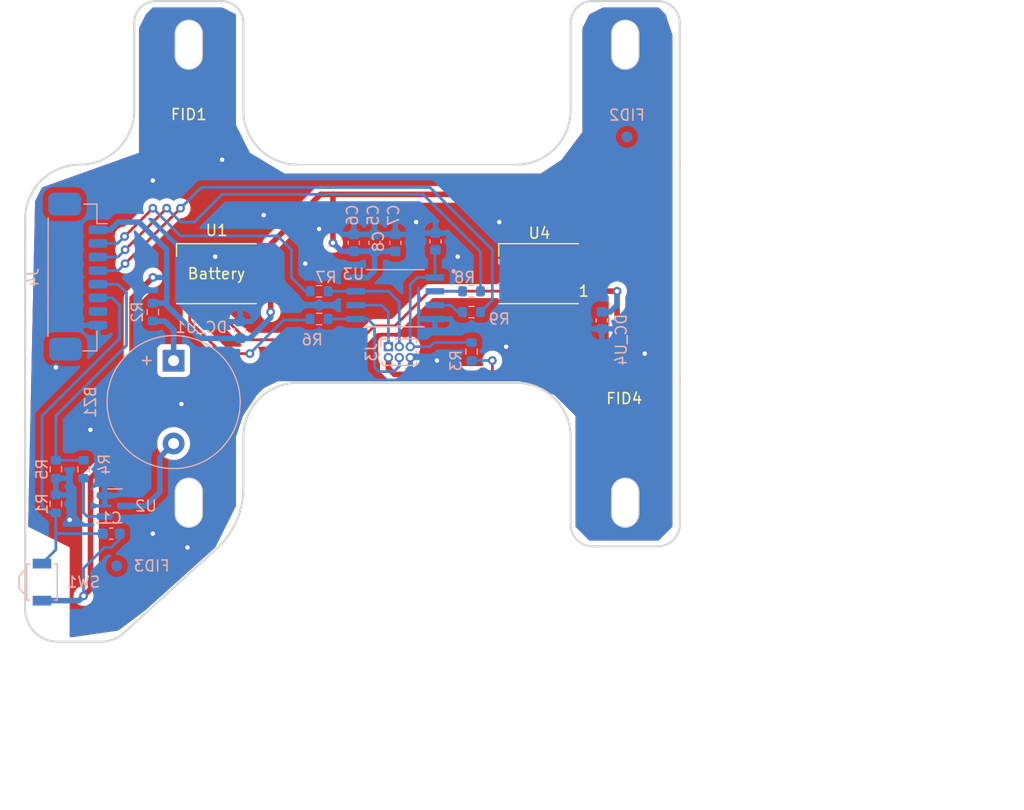
<source format=kicad_pcb>
(kicad_pcb (version 20221018) (generator pcbnew)
  (layers (0 "F.Cu" signal) (31 "B.Cu" signal) (34 "B.Paste" user) (35 "F.Paste" user) (36 "B.SilkS" user "B.Silkscreen") (37 "F.SilkS" user "F.Silkscreen") (38 "B.Mask" user) (39 "F.Mask" user) (44 "Edge.Cuts" user))
  (net 0 "")
  (net 1 "Net-(BZ1--)")
  (net 2 "+5V")
  (net 3 "Net-(BZ1-+)")
  (net 4 "GND")
  (net 5 "pushbutton")
  (net 6 "buzzer")
  (net 7 "Reset")
  (net 8 "Net-(U1-DOUT)")
  (net 9 "neodin")
  (net 11 "MISO")
  (net 12 "LED Selector")
  (net 13 "MOSI")
  (net 14 "ValuePin_1")
  (net 15 "ValuePin_2")
  (net 17 "Net-(U2-B)")
  (net 18 "Net-(U3-PB3)")
  (net 19 "Net-(U3-PB4)")
  (net 20 "SEK")
  (footprint "LED_SMD:LED_WS2812B_PLCC4_5.0x5.0mm_P3.2mm" (layer "F.Cu") (at 154.956 56.5 180)
    (fp_text reference "U4" (at -0.082 3.719) (layer "F.SilkS"))
    (fp_text value "WS2812B")
    (fp_text user "1" (at -4.15 -1.6) (layer "F.SilkS"))
    (fp_line (start -3.65 -2.75) (end 3.65 -2.75) (stroke (width 0.12)) (layer "F.SilkS"))
    (fp_line (start -3.65 2.75) (end 3.65 2.75) (stroke (width 0.12)) (layer "F.SilkS"))
    (fp_line (start 3.65 2.75) (end 3.65 1.6) (stroke (width 0.12)) (layer "F.SilkS"))
    (pad "1" smd rect (at -2.45 -1.6 180) (size 1.5 1) (layers "F.Cu" "F.Paste" "F.Mask") (net 2 "+5V"))
    (pad "2" smd rect (at -2.45 1.6 180) (size 1.5 1) (layers "F.Cu" "F.Paste" "F.Mask"))
    (pad "3" smd rect (at 2.45 1.6 180) (size 1.5 1) (layers "F.Cu" "F.Paste" "F.Mask") (net 4 "GND"))
    (pad "4" smd rect (at 2.45 -1.6 180) (size 1.5 1) (layers "F.Cu" "F.Paste" "F.Mask") (net 8 "Net-(U1-DOUT)"))
  )
  (footprint "Fiducial:Fiducial_1mm_Mask2mm" (layer "F.Cu") (at 162.806 70.45)
    (fp_text reference "FID4" (at 0 -2.5 180) (layer "F.SilkS"))
    (fp_text value "Fiducial")
    (pad "" smd circle (at 0 0) (size 1 1) (layers "F.Cu" "F.Mask") (clearance 0.5))
  )
  (footprint "Fiducial:Fiducial_1mm_Mask2mm" (layer "F.Cu") (at 122.9 43.9)
    (fp_text reference "FID1" (at 0 -2) (layer "F.SilkS"))
    (fp_text value "Fiducial")
    (pad "" smd circle (at 0 0) (size 1 1) (layers "F.Cu" "F.Mask") (clearance 0.5))
  )
  (footprint "LED_SMD:LED_WS2812B_PLCC4_5.0x5.0mm_P3.2mm" (layer "F.Cu") (at 125.431 56.5 180)
    (fp_text reference "U1" (at -0.016 3.973) (layer "F.SilkS"))
    (fp_text value "WS2812B")
    (fp_text user "Battery" (at 0 0) (layer "F.SilkS"))
    (fp_line (start -3.65 -2.75) (end 3.65 -2.75) (stroke (width 0.12)) (layer "F.SilkS"))
    (fp_line (start -3.65 2.75) (end 3.65 2.75) (stroke (width 0.12)) (layer "F.SilkS"))
    (fp_line (start 3.65 2.75) (end 3.65 1.6) (stroke (width 0.12)) (layer "F.SilkS"))
    (pad "1" smd rect (at -2.45 -1.6 180) (size 1.5 1) (layers "F.Cu" "F.Paste" "F.Mask") (net 2 "+5V"))
    (pad "2" smd rect (at -2.45 1.6 180) (size 1.5 1) (layers "F.Cu" "F.Paste" "F.Mask") (net 8 "Net-(U1-DOUT)"))
    (pad "3" smd rect (at 2.45 1.6 180) (size 1.5 1) (layers "F.Cu" "F.Paste" "F.Mask") (net 4 "GND"))
    (pad "4" smd rect (at 2.45 -1.6 180) (size 1.5 1) (layers "F.Cu" "F.Paste" "F.Mask") (net 9 "neodin"))
  )
  (footprint "Resistor_SMD:R_0603_1608Metric" (layer "B.Cu") (at 134.845 58.115)
    (fp_text reference "R7" (at 0.635 -1.27) (layer "B.SilkS") (effects (justify mirror)))
    (fp_text value "470R")
    (fp_line (start -0.237258 -0.5225) (end 0.237258 -0.5225) (stroke (width 0.12)) (layer "B.SilkS"))
    (fp_line (start -0.237258 0.5225) (end 0.237258 0.5225) (stroke (width 0.12)) (layer "B.SilkS"))
    (pad "1" smd roundrect (at -0.825 0) (size 0.8 0.95) (layers "B.Cu" "B.Paste" "B.Mask") (net 12 "LED Selector"))
    (pad "2" smd roundrect (at 0.825 0) (size 0.8 0.95) (layers "B.Cu" "B.Paste" "B.Mask") (net 20 "SEK"))
  )
  (footprint "Capacitor_SMD:C_0603_1608Metric" (layer "B.Cu") (at 145.513 53.543 -90)
    (fp_text reference "C8" (at 0 5.24 90) (layer "B.SilkS") (effects (justify mirror)))
    (fp_text value "100nF")
    (fp_line (start -0.14058 -0.51) (end 0.14058 -0.51) (stroke (width 0.12)) (layer "B.SilkS"))
    (fp_line (start -0.14058 0.51) (end 0.14058 0.51) (stroke (width 0.12)) (layer "B.SilkS"))
    (pad "1" smd roundrect (at -0.775 0 270) (size 0.9 0.95) (layers "B.Cu" "B.Paste" "B.Mask") (net 4 "GND"))
    (pad "2" smd roundrect (at 0.775 0 270) (size 0.9 0.95) (layers "B.Cu" "B.Paste" "B.Mask") (net 7 "Reset"))
  )
  (footprint "Fiducial:Fiducial_1mm_Mask2mm" (layer "B.Cu") (at 116.3 83.3 180)
    (fp_text reference "FID3" (at -3.2 0) (layer "B.SilkS") (effects (justify mirror)))
    (fp_text value "Fiducial")
    (pad "" smd circle (at 0 0 180) (size 1 1) (layers "B.Cu" "B.Mask") (clearance 0.5))
  )
  (footprint "Connector_JST:JST_GH_BM08B-GHS-TBT_1x08-1MP_P1.25mm_Vertical" (layer "B.Cu") (at 112.62 56.845 -90)
    (fp_text reference "J4" (at 0 4 90) (layer "B.SilkS") (effects (justify mirror)))
    (fp_text value "Conn_01x08_Pin")
    (fp_line (start -6.735 -1.86) (end -4.935 -1.86) (stroke (width 0.12)) (layer "B.SilkS"))
    (fp_line (start -6.725 -0.65) (end -6.735 -1.86) (stroke (width 0.12)) (layer "B.SilkS"))
    (fp_line (start -5.465 2.61) (end 5.4 2.625) (stroke (width 0.12)) (layer "B.SilkS"))
    (fp_line (start -4.935 -1.86) (end -4.935 -2.8) (stroke (width 0.12)) (layer "B.SilkS"))
    (fp_line (start 6.735 -1.86) (end 4.935 -1.86) (stroke (width 0.12)) (layer "B.SilkS"))
    (fp_line (start 6.735 -0.575) (end 6.735 -1.86) (stroke (width 0.12)) (layer "B.SilkS"))
    (pad "1" smd roundrect (at -4.375 -1.95 270) (size 0.8 1.7) (layers "B.Cu" "B.Paste" "B.Mask") (net 2 "+5V"))
    (pad "2" smd roundrect (at -3.125 -1.95 270) (size 0.8 1.7) (layers "B.Cu" "B.Paste" "B.Mask") (net 12 "LED Selector"))
    (pad "3" smd roundrect (at -1.875 -1.95 270) (size 0.8 1.7) (layers "B.Cu" "B.Paste" "B.Mask") (net 14 "ValuePin_1"))
    (pad "4" smd roundrect (at -0.625 -1.95 270) (size 0.8 1.7) (layers "B.Cu" "B.Paste" "B.Mask") (net 15 "ValuePin_2"))
    (pad "5" smd roundrect (at 0.625 -1.95 270) (size 0.8 1.7) (layers "B.Cu" "B.Paste" "B.Mask") (net 6 "buzzer"))
    (pad "6" smd roundrect (at 1.875 -1.95 270) (size 0.8 1.7) (layers "B.Cu" "B.Paste" "B.Mask") (net 5 "pushbutton"))
    (pad "7" smd roundrect (at 3.125 -1.95 270) (size 0.8 1.7) (layers "B.Cu" "B.Paste" "B.Mask"))
    (pad "8" smd roundrect (at 4.375 -1.95 270) (size 0.8 1.7) (layers "B.Cu" "B.Paste" "B.Mask") (net 4 "GND"))
    (pad "MP" smd roundrect (at -6.725 1.1 270) (size 2.1 3) (layers "B.Cu" "B.Paste" "B.Mask"))
    (pad "MP" smd roundrect (at 6.575 1.025 270) (size 2.1 3) (layers "B.Cu" "B.Paste" "B.Mask"))
  )
  (footprint "Fiducial:Fiducial_1mm_Mask2mm" (layer "B.Cu") (at 163.056 43.95 180)
    (fp_text reference "FID2" (at 0 2) (layer "B.SilkS") (effects (justify mirror)))
    (fp_text value "Fiducial")
    (pad "" smd circle (at 0 0 180) (size 1 1) (layers "B.Cu" "B.Mask") (clearance 0.5))
  )
  (footprint "Package_TO_SOT_SMD:SOT-23" (layer "B.Cu") (at 116.1275 77.8)
    (fp_text reference "U2" (at 2.8425 0) (layer "B.SilkS") (effects (justify mirror)))
    (fp_text value "BC547")
    (fp_line (start 0 -1.56) (end -0.65 -1.56) (stroke (width 0.12)) (layer "B.SilkS"))
    (fp_line (start 0 -1.56) (end 0.65 -1.56) (stroke (width 0.12)) (layer "B.SilkS"))
    (fp_line (start 0 1.56) (end -1.675 1.56) (stroke (width 0.12)) (layer "B.SilkS"))
    (fp_line (start 0 1.56) (end 0.65 1.56) (stroke (width 0.12)) (layer "B.SilkS"))
    (pad "1" smd roundrect (at -0.9375 0.95) (size 1.475 0.6) (layers "B.Cu" "B.Paste" "B.Mask") (net 17 "Net-(U2-B)"))
    (pad "2" smd roundrect (at -0.9375 -0.95) (size 1.475 0.6) (layers "B.Cu" "B.Paste" "B.Mask") (net 4 "GND"))
    (pad "3" smd roundrect (at 0.9375 0) (size 1.475 0.6) (layers "B.Cu" "B.Paste" "B.Mask") (net 3 "Net-(BZ1-+)"))
  )
  (footprint "Resistor_SMD:R_0603_1608Metric" (layer "B.Cu") (at 148.815 63.64 -90)
    (fp_text reference "R3" (at 0.825 1.43 90) (layer "B.SilkS") (effects (justify mirror)))
    (fp_text value "10k")
    (fp_line (start -0.237258 -0.5225) (end 0.237258 -0.5225) (stroke (width 0.12)) (layer "B.SilkS"))
    (fp_line (start -0.237258 0.5225) (end 0.237258 0.5225) (stroke (width 0.12)) (layer "B.SilkS"))
    (pad "1" smd roundrect (at -0.825 0 270) (size 0.8 0.95) (layers "B.Cu" "B.Paste" "B.Mask") (net 7 "Reset"))
    (pad "2" smd roundrect (at 0.825 0 270) (size 0.8 0.95) (layers "B.Cu" "B.Paste" "B.Mask") (net 2 "+5V"))
  )
  (footprint "Capacitor_SMD:C_0603_1608Metric" (layer "B.Cu") (at 141.83 53.67 -90)
    (fp_text reference "C7" (at -2.54 0.16 90) (layer "B.SilkS") (effects (justify mirror)))
    (fp_text value "100nF")
    (fp_line (start -0.14058 -0.51) (end 0.14058 -0.51) (stroke (width 0.12)) (layer "B.SilkS"))
    (fp_line (start -0.14058 0.51) (end 0.14058 0.51) (stroke (width 0.12)) (layer "B.SilkS"))
    (pad "1" smd roundrect (at -0.775 0 270) (size 0.9 0.95) (layers "B.Cu" "B.Paste" "B.Mask") (net 4 "GND"))
    (pad "2" smd roundrect (at 0.775 0 270) (size 0.9 0.95) (layers "B.Cu" "B.Paste" "B.Mask") (net 2 "+5V"))
  )
  (footprint "Resistor_SMD:R_0603_1608Metric" (layer "B.Cu") (at 110.715 77.61 90)
    (fp_text reference "R1" (at 0 -1.27 90) (layer "B.SilkS") (effects (justify mirror)))
    (fp_text value "10k")
    (fp_line (start -0.237258 -0.5225) (end 0.237258 -0.5225) (stroke (width 0.12)) (layer "B.SilkS"))
    (fp_line (start -0.237258 0.5225) (end 0.237258 0.5225) (stroke (width 0.12)) (layer "B.SilkS"))
    (pad "1" smd roundrect (at -0.825 0 90) (size 0.8 0.95) (layers "B.Cu" "B.Paste" "B.Mask") (net 5 "pushbutton"))
    (pad "2" smd roundrect (at 0.825 0 90) (size 0.8 0.95) (layers "B.Cu" "B.Paste" "B.Mask") (net 4 "GND"))
  )
  (footprint "Capacitor_SMD:C_0603_1608Metric" (layer "B.Cu") (at 138.02 53.67 -90)
    (fp_text reference "C6" (at -2.54 0.127 90) (layer "B.SilkS") (effects (justify mirror)))
    (fp_text value "100nF")
    (fp_line (start -0.14058 -0.51) (end 0.14058 -0.51) (stroke (width 0.12)) (layer "B.SilkS"))
    (fp_line (start -0.14058 0.51) (end 0.14058 0.51) (stroke (width 0.12)) (layer "B.SilkS"))
    (pad "1" smd roundrect (at -0.775 0 270) (size 0.9 0.95) (layers "B.Cu" "B.Paste" "B.Mask") (net 4 "GND"))
    (pad "2" smd roundrect (at 0.775 0 270) (size 0.9 0.95) (layers "B.Cu" "B.Paste" "B.Mask") (net 2 "+5V"))
  )
  (footprint "Capacitor_SMD:C_0603_1608Metric" (layer "B.Cu") (at 115.795 80.34 180)
    (fp_text reference "C1" (at 0 1.43) (layer "B.SilkS") (effects (justify mirror)))
    (fp_text value "100nF")
    (fp_line (start -0.14058 -0.51) (end 0.14058 -0.51) (stroke (width 0.12)) (layer "B.SilkS"))
    (fp_line (start -0.14058 0.51) (end 0.14058 0.51) (stroke (width 0.12)) (layer "B.SilkS"))
    (pad "1" smd roundrect (at -0.775 0 180) (size 0.9 0.95) (layers "B.Cu" "B.Paste" "B.Mask") (net 2 "+5V"))
    (pad "2" smd roundrect (at 0.775 0 180) (size 0.9 0.95) (layers "B.Cu" "B.Paste" "B.Mask") (net 5 "pushbutton"))
  )
  (footprint "Resistor_SMD:R_0603_1608Metric" (layer "B.Cu") (at 148.815 60.02)
    (fp_text reference "R9" (at 2.54 0.635) (layer "B.SilkS") (effects (justify mirror)))
    (fp_text value "470R")
    (fp_line (start -0.237258 -0.5225) (end 0.237258 -0.5225) (stroke (width 0.12)) (layer "B.SilkS"))
    (fp_line (start -0.237258 0.5225) (end 0.237258 0.5225) (stroke (width 0.12)) (layer "B.SilkS"))
    (pad "1" smd roundrect (at -0.825 0) (size 0.8 0.95) (layers "B.Cu" "B.Paste" "B.Mask") (net 19 "Net-(U3-PB4)"))
    (pad "2" smd roundrect (at 0.825 0) (size 0.8 0.95) (layers "B.Cu" "B.Paste" "B.Mask") (net 15 "ValuePin_2"))
  )
  (footprint "Buzzer_Beeper:Buzzer_12x9.5RM7.6" (layer "B.Cu") (at 121.51 64.475 -90)
    (fp_text reference "BZ1" (at 3.8 7.62 90) (layer "B.SilkS") (effects (justify mirror)))
    (fp_text value "Buzzer")
    (fp_text user "+" (at -0.01 2.54 90) (layer "B.SilkS") (effects (justify mirror)))
    (fp_circle (center 3.8 0) (end 9.9 0) (stroke (width 0.12)) (fill none) (layer "B.SilkS"))
    (pad "1" thru_hole rect (at 0 0 270) (size 2 2) (drill 1) (layers "*.Cu" "*.Mask") (net 1 "Net-(BZ1--)"))
    (pad "2" thru_hole circle (at 7.6 0 270) (size 2 2) (drill 1) (layers "*.Cu" "*.Mask") (net 3 "Net-(BZ1-+)"))
  )
  (footprint "ATTINY85-20SU:SOIC127P798X216-8N" (layer "B.Cu") (at 141.83 58.75 180)
    (fp_text reference "U3" (at 3.845 2.217) (layer "B.SilkS") (effects (justify mirror)))
    (fp_text value "ATTINY85-20SU")
    (fp_line (start -2.645 -2.62) (end 2.645 -2.62) (stroke (width 0.127)) (layer "B.SilkS"))
    (fp_line (start -2.645 2.62) (end 2.645 2.62) (stroke (width 0.127)) (layer "B.SilkS"))
    (fp_circle (center -5.34 2.485) (end -5.24 2.485) (stroke (width 0.2)) (fill none) (layer "B.SilkS"))
    (pad "1" smd roundrect (at -3.63 1.905 180) (size 1.71 0.58) (layers "B.Cu" "B.Paste" "B.Mask") (roundrect_rratio 0.07) (net 7 "Reset"))
    (pad "2" smd roundrect (at -3.63 0.635 180) (size 1.71 0.58) (layers "B.Cu" "B.Paste" "B.Mask") (roundrect_rratio 0.07) (net 18 "Net-(U3-PB3)"))
    (pad "3" smd roundrect (at -3.63 -0.635 180) (size 1.71 0.58) (layers "B.Cu" "B.Paste" "B.Mask") (roundrect_rratio 0.07) (net 19 "Net-(U3-PB4)"))
    (pad "4" smd roundrect (at -3.63 -1.905 180) (size 1.71 0.58) (layers "B.Cu" "B.Paste" "B.Mask") (roundrect_rratio 0.07) (net 4 "GND"))
    (pad "5" smd roundrect (at 3.63 -1.905 180) (size 1.71 0.58) (layers "B.Cu" "B.Paste" "B.Mask") (roundrect_rratio 0.07) (net 13 "MOSI"))
    (pad "6" smd roundrect (at 3.63 -0.635 180) (size 1.71 0.58) (layers "B.Cu" "B.Paste" "B.Mask") (roundrect_rratio 0.07) (net 11 "MISO"))
    (pad "7" smd roundrect (at 3.63 0.635 180) (size 1.71 0.58) (layers "B.Cu" "B.Paste" "B.Mask") (roundrect_rratio 0.07) (net 20 "SEK"))
    (pad "8" smd roundrect (at 3.63 1.905 180) (size 1.71 0.58) (layers "B.Cu" "B.Paste" "B.Mask") (roundrect_rratio 0.07) (net 2 "+5V"))
  )
  (footprint "Button_Switch_SMD:SW_SPST_B3U-3000P" (layer "B.Cu") (at 109.445 84.785 -90)
    (fp_text reference "SW1" (at 0 -3.81) (layer "B.SilkS") (effects (justify mirror)))
    (fp_text value "SW_Push")
    (fp_line (start -1.65 -1.4) (end 1.65 -1.4) (stroke (width 0.12)) (layer "B.SilkS"))
    (fp_line (start -1.65 -1.1) (end -1.65 -1.4) (stroke (width 0.12)) (layer "B.SilkS"))
    (fp_line (start -1.65 1.1) (end -1.65 1.4) (stroke (width 0.12)) (layer "B.SilkS"))
    (fp_line (start -1.65 1.4) (end 1.65 1.4) (stroke (width 0.12)) (layer "B.SilkS"))
    (fp_line (start -1 1.72) (end -1 1.4) (stroke (width 0.12)) (layer "B.SilkS"))
    (fp_line (start -0.5 2.1) (end -1 1.72) (stroke (width 0.12)) (layer "B.SilkS"))
    (fp_line (start -0.5 2.1) (end 0.5 2.1) (stroke (width 0.12)) (layer "B.SilkS"))
    (fp_line (start 0.5 2.1) (end 1 1.72) (stroke (width 0.12)) (layer "B.SilkS"))
    (fp_line (start 1 1.72) (end 1 1.4) (stroke (width 0.12)) (layer "B.SilkS"))
    (fp_line (start 1.65 -1.4) (end 1.65 -1.1) (stroke (width 0.12)) (layer "B.SilkS"))
    (fp_line (start 1.65 1.4) (end 1.65 1.1) (stroke (width 0.12)) (layer "B.SilkS"))
    (pad "1" smd rect (at -1.7 0 270) (size 0.9 1.7) (layers "B.Cu" "B.Paste" "B.Mask") (net 5 "pushbutton"))
    (pad "2" smd rect (at 1.7 0 270) (size 0.9 1.7) (layers "B.Cu" "B.Paste" "B.Mask") (net 2 "+5V"))
  )
  (footprint "Capacitor_SMD:C_0603_1608Metric" (layer "B.Cu") (at 139.925 53.67 -90)
    (fp_text reference "C5" (at -2.54 0.127 90) (layer "B.SilkS") (effects (justify mirror)))
    (fp_text value "100nF")
    (fp_line (start -0.14058 -0.51) (end 0.14058 -0.51) (stroke (width 0.12)) (layer "B.SilkS"))
    (fp_line (start -0.14058 0.51) (end 0.14058 0.51) (stroke (width 0.12)) (layer "B.SilkS"))
    (pad "1" smd roundrect (at -0.775 0 270) (size 0.9 0.95) (layers "B.Cu" "B.Paste" "B.Mask") (net 4 "GND"))
    (pad "2" smd roundrect (at 0.775 0 270) (size 0.9 0.95) (layers "B.Cu" "B.Paste" "B.Mask") (net 2 "+5V"))
  )
  (footprint "Resistor_SMD:R_0603_1608Metric" (layer "B.Cu") (at 148.815 58.115)
    (fp_text reference "R8" (at -0.635 -1.27) (layer "B.SilkS") (effects (justify mirror)))
    (fp_text value "470R")
    (fp_line (start -0.237258 -0.5225) (end 0.237258 -0.5225) (stroke (width 0.12)) (layer "B.SilkS"))
    (fp_line (start -0.237258 0.5225) (end 0.237258 0.5225) (stroke (width 0.12)) (layer "B.SilkS"))
    (pad "1" smd roundrect (at -0.825 0) (size 0.8 0.95) (layers "B.Cu" "B.Paste" "B.Mask") (net 18 "Net-(U3-PB3)"))
    (pad "2" smd roundrect (at 0.825 0) (size 0.8 0.95) (layers "B.Cu" "B.Paste" "B.Mask") (net 14 "ValuePin_1"))
  )
  (footprint "Connector_PinHeader_1.00mm:PinHeader_2x03_P1.00mm_Vertical" (layer "B.Cu") (at 141.195 63.195 -90)
    (fp_text reference "J3" (at 0.5 1.56 90) (layer "B.SilkS") (effects (justify mirror)))
    (fp_text value "Conn_02x03_Odd_Even")
    (fp_line (start -0.71 -2.56) (end -0.394493 -2.56) (stroke (width 0.12)) (layer "B.SilkS"))
    (fp_line (start -0.71 -0.685) (end -0.71 -2.56) (stroke (width 0.12)) (layer "B.SilkS"))
    (fp_line (start -0.71 -0.685) (end -0.608276 -0.685) (stroke (width 0.12)) (layer "B.SilkS"))
    (fp_line (start -0.71 0) (end -0.71 0.685) (stroke (width 0.12)) (layer "B.SilkS"))
    (fp_line (start -0.71 0.685) (end 0 0.685) (stroke (width 0.12)) (layer "B.SilkS"))
    (fp_line (start 0.394493 -2.56) (end 0.605507 -2.56) (stroke (width 0.12)) (layer "B.SilkS"))
    (fp_line (start 1.394493 -2.56) (end 1.71 -2.56) (stroke (width 0.12)) (layer "B.SilkS"))
    (fp_line (start 1.394493 0.56) (end 1.71 0.56) (stroke (width 0.12)) (layer "B.SilkS"))
    (fp_line (start 1.71 0.56) (end 1.71 -2.56) (stroke (width 0.12)) (layer "B.SilkS"))
    (pad "1" thru_hole rect (at 0 0 270) (size 0.85 0.85) (drill 0.5) (layers "*.Cu" "*.Mask") (net 11 "MISO"))
    (pad "2" thru_hole oval (at 1 0 270) (size 0.85 0.85) (drill 0.5) (layers "*.Cu" "*.Mask") (net 2 "+5V"))
    (pad "3" thru_hole oval (at 0 -1 270) (size 0.85 0.85) (drill 0.5) (layers "*.Cu" "*.Mask") (net 20 "SEK"))
    (pad "4" thru_hole oval (at 1 -1 270) (size 0.85 0.85) (drill 0.5) (layers "*.Cu" "*.Mask") (net 13 "MOSI"))
    (pad "5" thru_hole oval (at 0 -2 270) (size 0.85 0.85) (drill 0.5) (layers "*.Cu" "*.Mask") (net 7 "Reset"))
    (pad "6" thru_hole oval (at 1 -2 270) (size 0.85 0.85) (drill 0.5) (layers "*.Cu" "*.Mask") (net 4 "GND"))
  )
  (footprint "Capacitor_SMD:C_0603_1608Metric" (layer "B.Cu") (at 127.606 61.658 90)
    (fp_text reference "DC_U1" (at 0.241 -3.556) (layer "B.SilkS") (effects (justify mirror)))
    (fp_text value "100nF")
    (fp_line (start -0.14058 -0.51) (end 0.14058 -0.51) (stroke (width 0.12)) (layer "B.SilkS"))
    (fp_line (start -0.14058 0.51) (end 0.14058 0.51) (stroke (width 0.12)) (layer "B.SilkS"))
    (pad "1" smd roundrect (at -0.775 0 90) (size 0.9 0.95) (layers "B.Cu" "B.Paste" "B.Mask") (net 2 "+5V"))
    (pad "2" smd roundrect (at 0.775 0 90) (size 0.9 0.95) (layers "B.Cu" "B.Paste" "B.Mask") (net 4 "GND"))
  )
  (footprint "Capacitor_SMD:C_0603_1608Metric" (layer "B.Cu") (at 160.753 60.782 -90)
    (fp_text reference "DC_U4" (at 1.778 -1.778 90) (layer "B.SilkS") (effects (justify mirror)))
    (fp_text value "100nF")
    (fp_line (start -0.14058 -0.51) (end 0.14058 -0.51) (stroke (width 0.12)) (layer "B.SilkS"))
    (fp_line (start -0.14058 0.51) (end 0.14058 0.51) (stroke (width 0.12)) (layer "B.SilkS"))
    (pad "1" smd roundrect (at -0.775 0 270) (size 0.9 0.95) (layers "B.Cu" "B.Paste" "B.Mask") (net 2 "+5V"))
    (pad "2" smd roundrect (at 0.775 0 270) (size 0.9 0.95) (layers "B.Cu" "B.Paste" "B.Mask") (net 4 "GND"))
  )
  (footprint "Resistor_SMD:R_0603_1608Metric" (layer "B.Cu") (at 113.255 74.435 -90)
    (fp_text reference "R4" (at -0.445 -1.905 90) (layer "B.SilkS") (effects (justify mirror)))
    (fp_text value "1k")
    (fp_line (start -0.237258 -0.5225) (end 0.237258 -0.5225) (stroke (width 0.12)) (layer "B.SilkS"))
    (fp_line (start -0.237258 0.5225) (end 0.237258 0.5225) (stroke (width 0.12)) (layer "B.SilkS"))
    (pad "1" smd roundrect (at -0.825 0 270) (size 0.8 0.95) (layers "B.Cu" "B.Paste" "B.Mask") (net 6 "buzzer"))
    (pad "2" smd roundrect (at 0.825 0 270) (size 0.8 0.95) (layers "B.Cu" "B.Paste" "B.Mask") (net 17 "Net-(U2-B)"))
  )
  (footprint "Resistor_SMD:R_0603_1608Metric" (layer "B.Cu") (at 119.605 60.02 -90)
    (fp_text reference "R2" (at 0 1.43 90) (layer "B.SilkS") (effects (justify mirror)))
    (fp_text value "0E")
    (fp_line (start -0.237258 -0.5225) (end 0.237258 -0.5225) (stroke (width 0.12)) (layer "B.SilkS"))
    (fp_line (start -0.237258 0.5225) (end 0.237258 0.5225) (stroke (width 0.12)) (layer "B.SilkS"))
    (pad "1" smd roundrect (at -0.825 0 270) (size 0.8 0.95) (layers "B.Cu" "B.Paste" "B.Mask") (net 2 "+5V"))
    (pad "2" smd roundrect (at 0.825 0 270) (size 0.8 0.95) (layers "B.Cu" "B.Paste" "B.Mask") (net 1 "Net-(BZ1--)"))
  )
  (footprint "Resistor_SMD:R_0603_1608Metric" (layer "B.Cu") (at 110.715 74.435 90)
    (fp_text reference "R5" (at 0 -1.27 90) (layer "B.SilkS") (effects (justify mirror)))
    (fp_text value "10k")
    (fp_line (start -0.237258 -0.5225) (end 0.237258 -0.5225) (stroke (width 0.12)) (layer "B.SilkS"))
    (fp_line (start -0.237258 0.5225) (end 0.237258 0.5225) (stroke (width 0.12)) (layer "B.SilkS"))
    (pad "1" smd roundrect (at -0.825 0 90) (size 0.8 0.95) (layers "B.Cu" "B.Paste" "B.Mask") (net 4 "GND"))
    (pad "2" smd roundrect (at 0.825 0 90) (size 0.8 0.95) (layers "B.Cu" "B.Paste" "B.Mask") (net 6 "buzzer"))
  )
  (footprint "Resistor_SMD:R_0603_1608Metric" (layer "B.Cu") (at 134.845 60.655)
    (fp_text reference "R6" (at -0.635 1.905) (layer "B.SilkS") (effects (justify mirror)))
    (fp_text value "470R")
    (fp_line (start -0.237258 -0.5225) (end 0.237258 -0.5225) (stroke (width 0.12)) (layer "B.SilkS"))
    (fp_line (start -0.237258 0.5225) (end 0.237258 0.5225) (stroke (width 0.12)) (layer "B.SilkS"))
    (pad "1" smd roundrect (at -0.825 0) (size 0.8 0.95) (layers "B.Cu" "B.Paste" "B.Mask") (net 9 "neodin"))
    (pad "2" smd roundrect (at 0.825 0) (size 0.8 0.95) (layers "B.Cu" "B.Paste" "B.Mask") (net 13 "MOSI"))
  )
  (gr_line (start 165.900004 31.5) (end 159.900004 31.5) (stroke (width 0.2)) (layer "Edge.Cuts"))
  (gr_arc (start 107.900004 51.5) (mid 109.36447 47.964466) (end 112.900004 46.5) (stroke (width 0.2)) (layer "Edge.Cuts"))
  (gr_line (start 161.65 78.5) (end 161.65 76.5) (stroke (width 0.1)) (layer "Edge.Cuts"))
  (gr_line (start 107.900004 51.5) (end 107.900004 87.25) (stroke (width 0.2)) (layer "Edge.Cuts"))
  (gr_arc (start 161.65 76.5) (mid 162.9 75.25) (end 164.15 76.5) (stroke (width 0.1)) (layer "Edge.Cuts"))
  (gr_arc (start 132.900004 46.5) (mid 129.36447 45.035534) (end 127.900004 41.5) (stroke (width 0.2)) (layer "Edge.Cuts"))
  (gr_arc (start 117.900004 33.5) (mid 118.48579 32.085786) (end 119.900004 31.5) (stroke (width 0.2)) (layer "Edge.Cuts"))
  (gr_arc (start 157.900004 33.5) (mid 158.48579 32.085786) (end 159.900004 31.5) (stroke (width 0.2)) (layer "Edge.Cuts"))
  (gr_arc (start 164.15 78.5) (mid 162.9 79.75) (end 161.65 78.5) (stroke (width 0.1)) (layer "Edge.Cuts"))
  (gr_arc (start 124.15 36.5) (mid 122.9 37.75) (end 121.65 36.5) (stroke (width 0.1)) (layer "Edge.Cuts"))
  (gr_arc (start 110.900004 90.249996) (mid 108.778684 89.371319) (end 107.900004 87.25) (stroke (width 0.2)) (layer "Edge.Cuts"))
  (gr_line (start 157.900004 79.5) (end 157.900004 71.5) (stroke (width 0.2)) (layer "Edge.Cuts"))
  (gr_arc (start 127.900004 76.178072) (mid 127.257455 79.2154) (end 125.439908 81.732293) (stroke (width 0.2)) (layer "Edge.Cuts"))
  (gr_arc (start 117.021325 89.37132) (mid 116.048054 90.021638) (end 114.900004 90.25) (stroke (width 0.2)) (layer "Edge.Cuts"))
  (gr_line (start 164.15 78.5) (end 164.15 76.5) (stroke (width 0.1)) (layer "Edge.Cuts"))
  (gr_arc (start 117.900004 41.5) (mid 116.435538 45.035534) (end 112.900004 46.5) (stroke (width 0.2)) (layer "Edge.Cuts"))
  (gr_line (start 127.900004 76.178072) (end 127.900004 71.5) (stroke (width 0.2)) (layer "Edge.Cuts"))
  (gr_line (start 119.900004 31.5) (end 125.900004 31.5) (stroke (width 0.2)) (layer "Edge.Cuts"))
  (gr_line (start 164.15 36.5) (end 164.15 34.5) (stroke (width 0.1)) (layer "Edge.Cuts"))
  (gr_line (start 121.65 36.5) (end 121.65 34.5) (stroke (width 0.1)) (layer "Edge.Cuts"))
  (gr_line (start 112.900004 46.5) (end 112.900004 46.5) (stroke (width 0.2)) (layer "Edge.Cuts"))
  (gr_arc (start 165.900004 31.5) (mid 167.314218 32.085786) (end 167.900004 33.5) (stroke (width 0.2)) (layer "Edge.Cuts"))
  (gr_arc (start 152.900004 66.5) (mid 156.435538 67.964466) (end 157.900004 71.5) (stroke (width 0.2)) (layer "Edge.Cuts"))
  (gr_line (start 167.900004 79.5) (end 167.900004 66.5) (stroke (width 0.2)) (layer "Edge.Cuts"))
  (gr_line (start 124.15 36.5) (end 124.15 34.5) (stroke (width 0.1)) (layer "Edge.Cuts"))
  (gr_line (start 110.900004 90.25) (end 112.900004 90.25) (stroke (width 0.2)) (layer "Edge.Cuts"))
  (gr_line (start 117.900004 41.5) (end 117.900004 33.5) (stroke (width 0.2)) (layer "Edge.Cuts"))
  (gr_arc (start 157.900004 41.5) (mid 156.435538 45.035534) (end 152.900004 46.5) (stroke (width 0.2)) (layer "Edge.Cuts"))
  (gr_line (start 132.900004 46.5) (end 152.900004 46.5) (stroke (width 0.1)) (layer "Edge.Cuts"))
  (gr_arc (start 121.65 76.5) (mid 122.9 75.25) (end 124.15 76.5) (stroke (width 0.1)) (layer "Edge.Cuts"))
  (gr_arc (start 127.900004 71.5) (mid 129.36447 67.964466) (end 132.900004 66.5) (stroke (width 0.2)) (layer "Edge.Cuts"))
  (gr_line (start 132.900004 66.5) (end 152.900004 66.5) (stroke (width 0.2)) (layer "Edge.Cuts"))
  (gr_arc (start 159.900004 81.5) (mid 158.485791 80.914213) (end 157.900004 79.5) (stroke (width 0.2)) (layer "Edge.Cuts"))
  (gr_line (start 165.900004 81.5) (end 159.900004 81.5) (stroke (width 0.2)) (layer "Edge.Cuts"))
  (gr_arc (start 167.900004 79.5) (mid 167.314218 80.914214) (end 165.900004 81.5) (stroke (width 0.2)) (layer "Edge.Cuts"))
  (gr_arc (start 121.65 34.5) (mid 122.9 33.25) (end 124.15 34.5) (stroke (width 0.1)) (layer "Edge.Cuts"))
  (gr_line (start 167.900004 46.5) (end 167.900004 33.5) (stroke (width 0.2)) (layer "Edge.Cuts"))
  (gr_arc (start 161.65 34.5) (mid 162.9 33.25) (end 164.15 34.5) (stroke (width 0.1)) (layer "Edge.Cuts"))
  (gr_arc (start 125.900004 31.5) (mid 127.314218 32.085786) (end 127.900004 33.5) (stroke (width 0.2)) (layer "Edge.Cuts"))
  (gr_line (start 125.439908 81.732293) (end 117.021325 89.37132) (stroke (width 0.2)) (layer "Edge.Cuts"))
  (gr_arc (start 124.15 78.5) (mid 122.9 79.75) (end 121.65 78.5) (stroke (width 0.1)) (layer "Edge.Cuts"))
  (gr_line (start 124.15 78.5) (end 124.15 76.5) (stroke (width 0.1)) (layer "Edge.Cuts"))
  (gr_line (start 121.65 78.5) (end 121.65 76.5) (stroke (width 0.1)) (layer "Edge.Cuts"))
  (gr_line (start 161.65 36.5) (end 161.65 34.5) (stroke (width 0.1)) (layer "Edge.Cuts"))
  (gr_line (start 167.900004 66.5) (end 167.900004 46.5) (stroke (width 0.2)) (layer "Edge.Cuts"))
  (gr_line (start 127.900004 33.5) (end 127.900004 41.5) (stroke (width 0.2)) (layer "Edge.Cuts"))
  (gr_line (start 112.900004 90.25) (end 114.900004 90.25) (stroke (width 0.2)) (layer "Edge.Cuts"))
  (gr_line (start 157.900004 33.5) (end 157.900004 41.5) (stroke (width 0.2)) (layer "Edge.Cuts"))
  (gr_arc (start 164.15 36.5) (mid 162.9 37.75) (end 161.65 36.5) (stroke (width 0.1)) (layer "Edge.Cuts"))
  (segment (start 121.51 61.656264) (end 121.51 64.475) (width 0.508) (layer "B.Cu") (net 1))
  (segment (start 121.592 64.557) (end 121.51 64.475) (width 0.254) (layer "B.Cu") (net 1))
  (segment (start 119.605 60.845) (end 120.698736 60.845) (width 0.508) (layer "B.Cu") (net 1))
  (segment (start 121.51 64.475) (end 121.719 64.684) (width 0.508) (layer "B.Cu") (net 1))
  (segment (start 120.698736 60.845) (end 121.51 61.656264) (width 0.508) (layer "B.Cu") (net 1))
  (segment (start 113.89 85.42) (end 113.89 75.26) (width 0.508) (layer "F.Cu") (net 2))
  (segment (start 162.15 63.195) (end 162.15 58.115) (width 0.508) (layer "F.Cu") (net 2))
  (segment (start 150.72 65.735) (end 159.61 65.735) (width 0.508) (layer "F.Cu") (net 2))
  (segment (start 157.406 58.1) (end 160.245 58.1) (width 0.508) (layer "F.Cu") (net 2))
  (segment (start 130.4 53.797) (end 130.4 56.845) (width 0.508) (layer "F.Cu") (net 2))
  (segment (start 116.43 67.005) (end 117.7 65.735) (width 0.508) (layer "F.Cu") (net 2))
  (segment (start 141.195 65.1775) (end 141.7525 65.735) (width 0.508) (layer "F.Cu") (net 2))
  (segment (start 113.89 75.26) (end 116.43 72.72) (width 0.508) (layer "F.Cu") (net 2))
  (segment (start 141.195 64.195) (end 141.195 65.1775) (width 0.508) (layer "F.Cu") (net 2))
  (segment (start 160.245 53.035) (end 156.435 49.225) (width 0.508) (layer "F.Cu") (net 2))
  (segment (start 127.881 58.1) (end 130.385 58.1) (width 0.508) (layer "F.Cu") (net 2))
  (segment (start 113.255 86.055) (end 113.89 85.42) (width 0.508) (layer "F.Cu") (net 2))
  (segment (start 117.7 58.75) (end 119.605 56.845) (width 0.508) (layer "F.Cu") (net 2))
  (segment (start 130.4 56.845) (end 130.4 58.115) (width 0.508) (layer "F.Cu") (net 2))
  (segment (start 116.43 72.72) (end 116.43 67.005) (width 0.508) (layer "F.Cu") (net 2))
  (segment (start 150.72 64.465) (end 150.72 65.735) (width 0.254) (layer "F.Cu") (net 2))
  (segment (start 117.7 65.735) (end 117.7 58.75) (width 0.508) (layer "F.Cu") (net 2))
  (segment (start 130.385 58.1) (end 130.4 58.115) (width 0.508) (layer "F.Cu") (net 2))
  (segment (start 160.245 58.1) (end 160.245 53.035) (width 0.508) (layer "F.Cu") (net 2))
  (segment (start 162.135 58.1) (end 162.15 58.115) (width 0.508) (layer "F.Cu") (net 2))
  (segment (start 141.7525 65.735) (end 150.72 65.735) (width 0.508) (layer "F.Cu") (net 2))
  (segment (start 156.435 49.225) (end 136.115 49.225) (width 0.508) (layer "F.Cu") (net 2))
  (segment (start 136.115 49.225) (end 134.972 49.225) (width 0.508) (layer "F.Cu") (net 2))
  (segment (start 157.406 58.1) (end 162.135 58.1) (width 0.508) (layer "F.Cu") (net 2))
  (segment (start 159.61 65.735) (end 162.15 63.195) (width 0.508) (layer "F.Cu") (net 2))
  (segment (start 134.972 49.225) (end 130.4 53.797) (width 0.508) (layer "F.Cu") (net 2))
  (segment (start 136.115 49.225) (end 136.115 53.67) (width 0.508) (layer "F.Cu") (net 2))
  (segment (start 130.4 58.115) (end 130.4 60.02) (width 0.508) (layer "F.Cu") (net 2))
  (via (at 119.605 56.845) (size 0.8) (drill 0.4) (layers "F.Cu" "B.Cu") (net 2))
  (via (at 113.255 86.055) (size 0.8) (drill 0.4) (layers "F.Cu" "B.Cu") (net 2))
  (via (at 136.115 53.67) (size 0.8) (drill 0.4) (layers "F.Cu" "B.Cu") (net 2))
  (via (at 130.4 60.02) (size 0.8) (drill 0.4) (layers "F.Cu" "B.Cu") (net 2))
  (via (at 150.72 64.465) (size 0.8) (drill 0.4) (layers "F.Cu" "B.Cu") (net 2))
  (via (at 162.15 58.115) (size 0.8) (drill 0.4) (layers "F.Cu" "B.Cu") (net 2))
  (segment (start 139.29 56.845) (end 139.925 56.21) (width 0.508) (layer "B.Cu") (net 2))
  (segment (start 119.605 59.195) (end 120.685 59.195) (width 0.508) (layer "B.Cu") (net 2))
  (segment (start 118.335 51.765) (end 116.43 51.765) (width 0.508) (layer "B.Cu") (net 2))
  (segment (start 128.495 62.433) (end 130.4 60.528) (width 0.508) (layer "B.Cu") (net 2))
  (segment (start 139.925 56.21) (end 139.925 54.445) (width 0.508) (layer "B.Cu") (net 2))
  (segment (start 160.753 60.007) (end 161.528 60.007) (width 0.508) (layer "B.Cu") (net 2))
  (segment (start 136.89 54.445) (end 138.02 54.445) (width 0.508) (layer "B.Cu") (net 2))
  (segment (start 138.2 56.845) (end 139.29 56.845) (width 0.508) (layer "B.Cu") (net 2))
  (segment (start 130.4 60.528) (end 130.4 60.02) (width 0.508) (layer "B.Cu") (net 2))
  (segment (start 161.528 60.007) (end 162.15 59.385) (width 0.508) (layer "B.Cu") (net 2))
  (segment (start 116.43 51.765) (end 115.725 52.47) (width 0.508) (layer "B.Cu") (net 2))
  (segment (start 109.445 86.485) (end 112.825 86.485) (width 0.508) (layer "B.Cu") (net 2))
  (segment (start 120.685 59.195) (end 120.875 59.385) (width 0.508) (layer "B.Cu") (net 2))
  (segment (start 148.815 64.465) (end 150.72 64.465) (width 0.254) (layer "B.Cu") (net 2))
  (segment (start 116.57 80.835) (end 115.795 81.61) (width 0.25) (layer "B.Cu") (net 2))
  (segment (start 115.795 81.61) (end 115.16 81.61) (width 0.25) (layer "B.Cu") (net 2))
  (segment (start 136.115 53.67) (end 136.89 54.445) (width 0.508) (layer "B.Cu") (net 2))
  (segment (start 127.606 62.433) (end 128.495 62.433) (width 0.508) (layer "B.Cu") (net 2))
  (segment (start 116.57 80.34) (end 116.57 80.835) (width 0.25) (layer "B.Cu") (net 2))
  (segment (start 141.944 54.445) (end 138.02 54.445) (width 0.508) (layer "B.Cu") (net 2))
  (segment (start 130.4 60.274) (end 130.4 60.02) (width 0.508) (layer "B.Cu") (net 2))
  (segment (start 115.16 81.61) (end 113.255 83.515) (width 0.25) (layer "B.Cu") (net 2))
  (segment (start 115.725 52.47) (end 114.57 52.47) (width 0.508) (layer "B.Cu") (net 2))
  (segment (start 120.875 54.305) (end 118.335 51.765) (width 0.508) (layer "B.Cu") (net 2))
  (segment (start 120.875 56.845) (end 120.875 54.305) (width 0.508) (layer "B.Cu") (net 2))
  (segment (start 120.875 56.845) (end 120.875 59.385) (width 0.508) (layer "B.Cu") (net 2))
  (segment (start 113.255 83.515) (end 113.255 86.055) (width 0.25) (layer "B.Cu") (net 2))
  (segment (start 119.605 56.845) (end 120.875 56.845) (width 0.508) (layer "B.Cu") (net 2))
  (segment (start 112.825 86.485) (end 113.255 86.055) (width 0.508) (layer "B.Cu") (net 2))
  (segment (start 120.875 59.385) (end 123.923 62.433) (width 0.508) (layer "B.Cu") (net 2))
  (segment (start 162.15 59.385) (end 162.15 58.115) (width 0.508) (layer "B.Cu") (net 2))
  (segment (start 141.83 54.445) (end 141.944 54.445) (width 0.508) (layer "B.Cu") (net 2))
  (segment (start 123.923 62.433) (end 127.606 62.433) (width 0.508) (layer "B.Cu") (net 2))
  (segment (start 141.944 54.445) (end 141.957 54.432) (width 0.508) (layer "B.Cu") (net 2))
  (segment (start 117.065 77.8) (end 118.97 77.8) (width 0.508) (layer "B.Cu") (net 3))
  (segment (start 120.24 76.53) (end 120.24 73.345) (width 0.508) (layer "B.Cu") (net 3))
  (segment (start 118.97 77.8) (end 120.24 76.53) (width 0.508) (layer "B.Cu") (net 3))
  (segment (start 117.065 77.8) (end 117.7 77.8) (width 0.254) (layer "B.Cu") (net 3))
  (segment (start 120.24 73.345) (end 121.51 72.075) (width 0.508) (layer "B.Cu") (net 3))
  (segment (start 125.28 54.9) (end 125.32 54.94) (width 0.508) (layer "F.Cu") (net 4))
  (segment (start 152.506 54.9) (end 152.585 54.9) (width 0.508) (layer "F.Cu") (net 4))
  (segment (start 122.981 54.9) (end 125.28 54.9) (width 0.508) (layer "F.Cu") (net 4))
  (segment (start 122.981 54.615176) (end 122.981 54.9) (width 0.508) (layer "F.Cu") (net 4))
  (segment (start 152.585 54.9) (end 152.625 54.94) (width 0.508) (layer "F.Cu") (net 4))
  (via (at 129.765 51.13) (size 0.8) (drill 0.4) (layers "F.Cu" "B.Cu") (net 4))
  (via (at 119.605 80.34) (size 0.8) (drill 0.4) (layers "F.Cu" "B.Cu") (net 4))
  (via (at 125.32 54.94) (size 0.8) (drill 0.4) (layers "F.Cu" "B.Cu") (net 4))
  (via (at 125.955 46.05) (size 0.8) (drill 0.4) (layers "F.Cu" "B.Cu") (net 4))
  (via (at 119.605 47.955) (size 0.8) (drill 0.4) (layers "F.Cu" "B.Cu") (net 4))
  (via (at 151.355 51.765) (size 0.8) (drill 0.4) (layers "F.Cu" "B.Cu") (net 4))
  (via (at 143.735 51.765) (size 0.8) (drill 0.4) (layers "F.Cu" "B.Cu") (net 4))
  (via (at 110.715 65.1) (size 0.8) (drill 0.4) (layers "F.Cu" "B.Cu") (net 4))
  (via (at 111.985 79.07) (size 0.8) (drill 0.4) (layers "F.Cu" "B.Cu") (net 4))
  (via (at 164.69 63.83) (size 0.8) (drill 0.4) (layers "F.Cu" "B.Cu") (net 4))
  (via (at 145.64 64.465) (size 0.8) (drill 0.4) (layers "F.Cu" "B.Cu") (net 4))
  (via (at 151.99 63.195) (size 0.8) (drill 0.4) (layers "F.Cu" "B.Cu") (net 4))
  (via (at 147.545 54.94) (size 0.8) (drill 0.4) (layers "F.Cu" "B.Cu") (net 4))
  (via (at 122.78 81.61) (size 0.8) (drill 0.4) (layers "F.Cu" "B.Cu") (net 4))
  (via (at 122.223154 68.454674) (size 0.8) (drill 0.4) (layers "F.Cu" "B.Cu") (net 4))
  (via (at 113.89 70.815) (size 0.8) (drill 0.4) (layers "F.Cu" "B.Cu") (net 4))
  (via (at 133.575 55.575) (size 0.8) (drill 0.4) (layers "F.Cu" "B.Cu") (net 4))
  (via (at 134.845 52.4) (size 0.8) (drill 0.4) (layers "F.Cu" "B.Cu") (net 4))
  (segment (start 143.195 64.195) (end 143.195 64.074) (width 0.508) (layer "B.Cu") (net 4))
  (segment (start 145.386 52.895) (end 145.513 52.768) (width 0.254) (layer "B.Cu") (net 4))
  (segment (start 143.195 64.074) (end 143.1 64.074) (width 0.508) (layer "B.Cu") (net 4))
  (segment (start 143.1 64.074) (end 145.249 64.074) (width 0.508) (layer "B.Cu") (net 4))
  (segment (start 145.249 64.074) (end 145.64 64.465) (width 0.508) (layer "B.Cu") (net 4))
  (segment (start 141.83 52.895) (end 145.386 52.895) (width 0.254) (layer "B.Cu") (net 4))
  (segment (start 109.445 83.085) (end 110.715 81.815) (width 0.254) (layer "B.Cu") (net 5))
  (segment (start 110.715 81.815) (end 110.715 80.34) (width 0.254) (layer "B.Cu") (net 5))
  (segment (start 109.445 77.8) (end 109.445 69.545) (width 0.254) (layer "B.Cu") (net 5))
  (segment (start 116.557 62.433) (end 116.557 59.385) (width 0.254) (layer "B.Cu") (net 5))
  (segment (start 115.02 80.34) (end 110.715 80.34) (width 0.25) (layer "B.Cu") (net 5))
  (segment (start 116.557 59.385) (end 115.892 58.72) (width 0.25) (layer "B.Cu") (net 5))
  (segment (start 109.445 69.545) (end 116.557 62.433) (width 0.254) (layer "B.Cu") (net 5))
  (segment (start 110.715 80.34) (end 110.715 78.435) (width 0.254) (layer "B.Cu") (net 5))
  (segment (start 110.715 78.435) (end 110.08 78.435) (width 0.254) (layer "B.Cu") (net 5))
  (segment (start 110.08 78.435) (end 109.445 77.8) (width 0.254) (layer "B.Cu") (net 5))
  (segment (start 115.892 58.72) (end 114.57 58.72) (width 0.25) (layer "B.Cu") (net 5))
  (segment (start 110.715 69.545) (end 117.192 63.068) (width 0.254) (layer "B.Cu") (net 6))
  (segment (start 117.192 58.242) (end 116.42 57.47) (width 0.25) (layer "B.Cu") (net 6))
  (segment (start 117.192 58.75) (end 117.192 58.242) (width 0.25) (layer "B.Cu") (net 6))
  (segment (start 116.42 57.47) (end 114.57 57.47) (width 0.25) (layer "B.Cu") (net 6))
  (segment (start 113.255 73.61) (end 110.715 73.61) (width 0.254) (layer "B.Cu") (net 6))
  (segment (start 110.715 73.61) (end 110.715 69.545) (width 0.254) (layer "B.Cu") (net 6))
  (segment (start 117.192 63.068) (end 117.192 58.75) (width 0.254) (layer "B.Cu") (net 6))
  (segment (start 145.385 62.815) (end 145.005 63.195) (width 0.254) (layer "B.Cu") (net 7))
  (segment (start 148.815 62.815) (end 145.385 62.815) (width 0.254) (layer "B.Cu") (net 7))
  (segment (start 143.195 57.5025) (end 143.8525 56.845) (width 0.254) (layer "B.Cu") (net 7))
  (segment (start 143.195 63.195) (end 143.195 57.5025) (width 0.254) (layer "B.Cu") (net 7))
  (segment (start 145.46 56.845) (end 145.46 54.371) (width 0.254) (layer "B.Cu") (net 7))
  (segment (start 143.8525 56.845) (end 145.46 56.845) (width 0.254) (layer "B.Cu") (net 7))
  (segment (start 145.005 63.195) (end 143.195 63.195) (width 0.254) (layer "B.Cu") (net 7))
  (segment (start 145.46 54.371) (end 145.513 54.318) (width 0.254) (layer "B.Cu") (net 7))
  (segment (start 139.925 61.29) (end 141.78755 61.29) (width 0.254) (layer "F.Cu") (net 8))
  (segment (start 127.881 54.9) (end 125.32 57.461) (width 0.254) (layer "F.Cu") (net 8))
  (segment (start 138.655 62.56) (end 139.925 61.29) (width 0.254) (layer "F.Cu") (net 8))
  (segment (start 141.78755 61.29) (end 144.97755 58.1) (width 0.254) (layer "F.Cu") (net 8))
  (segment (start 125.32 59.7025) (end 128.1775 62.56) (width 0.254) (layer "F.Cu") (net 8))
  (segment (start 125.32 57.461) (end 125.32 59.7025) (width 0.254) (layer "F.Cu") (net 8))
  (segment (start 127.881 54.9) (end 127.881 54.919) (width 0.254) (layer "F.Cu") (net 8))
  (segment (start 144.97755 58.1) (end 152.506 58.1) (width 0.254) (layer "F.Cu") (net 8))
  (segment (start 128.1775 62.56) (end 138.655 62.56) (width 0.254) (layer "F.Cu") (net 8))
  (segment (start 127.881 54.919) (end 127.86 54.94) (width 0.254) (layer "F.Cu") (net 8))
  (segment (start 122.981 58.1) (end 122.981 60.856) (width 0.254) (layer "F.Cu") (net 9))
  (segment (start 125.955 63.83) (end 128.495 63.83) (width 0.254) (layer "F.Cu") (net 9))
  (segment (start 122.981 60.856) (end 125.955 63.83) (width 0.254) (layer "F.Cu") (net 9))
  (via (at 128.495 63.83) (size 0.8) (drill 0.4) (layers "F.Cu" "B.Cu") (net 9))
  (segment (start 133.928 60.747) (end 131.578 60.747) (width 0.254) (layer "B.Cu") (net 9))
  (segment (start 131.578 60.747) (end 128.495 63.83) (width 0.254) (layer "B.Cu") (net 9))
  (segment (start 134.02 60.655) (end 133.928 60.747) (width 0.254) (layer "B.Cu") (net 9))
  (segment (start 141.195 60.02) (end 140.56 59.385) (width 0.254) (layer "B.Cu") (net 11))
  (segment (start 140.56 59.385) (end 138.2 59.385) (width 0.254) (layer "B.Cu") (net 11))
  (segment (start 141.195 63.195) (end 141.195 60.02) (width 0.254) (layer "B.Cu") (net 11))
  (segment (start 117.015 53.085) (end 119.605 50.495) (width 0.254) (layer "F.Cu") (net 12))
  (via (at 119.605 50.495) (size 0.8) (drill 0.4) (layers "F.Cu" "B.Cu") (net 12))
  (via (at 117.015 53.085) (size 0.8) (drill 0.4) (layers "F.Cu" "B.Cu") (net 12))
  (segment (start 117.065 53.035) (end 117.015 53.085) (width 0.254) (layer "B.Cu") (net 12))
  (segment (start 122.145 53.035) (end 119.605 50.495) (width 0.254) (layer "B.Cu") (net 12))
  (segment (start 116.38 53.72) (end 114.57 53.72) (width 0.25) (layer "B.Cu") (net 12))
  (segment (start 132.305 56.845) (end 132.305 54.305) (width 0.25) (layer "B.Cu") (net 12))
  (segment (start 132.305 54.305) (end 131.035 53.035) (width 0.25) (layer "B.Cu") (net 12))
  (segment (start 117.015 53.085) (end 116.38 53.72) (width 0.25) (layer "B.Cu") (net 12))
  (segment (start 133.575 58.115) (end 132.305 56.845) (width 0.25) (layer "B.Cu") (net 12))
  (segment (start 131.035 53.035) (end 122.145 53.035) (width 0.254) (layer "B.Cu") (net 12))
  (segment (start 134.02 58.115) (end 133.575 58.115) (width 0.25) (layer "B.Cu") (net 12))
  (segment (start 140.306 65.481) (end 141.703 65.481) (width 0.254) (layer "B.Cu") (net 13))
  (segment (start 138.2 60.655) (end 135.67 60.655) (width 0.254) (layer "B.Cu") (net 13))
  (segment (start 138.2 60.655) (end 139.29 60.655) (width 0.254) (layer "B.Cu") (net 13))
  (segment (start 139.925 61.29) (end 139.925 65.1) (width 0.254) (layer "B.Cu") (net 13))
  (segment (start 139.29 60.655) (end 139.925 61.29) (width 0.254) (layer "B.Cu") (net 13))
  (segment (start 141.703 65.481) (end 142.195 64.989) (width 0.254) (layer "B.Cu") (net 13))
  (segment (start 142.195 64.989) (end 142.195 64.195) (width 0.254) (layer "B.Cu") (net 13))
  (segment (start 139.925 65.1) (end 140.306 65.481) (width 0.254) (layer "B.Cu") (net 13))
  (segment (start 117.065 54.305) (end 120.875 50.495) (width 0.254) (layer "F.Cu") (net 14))
  (via (at 120.875 50.495) (size 0.8) (drill 0.4) (layers "F.Cu" "B.Cu") (net 14))
  (via (at 117.065 54.305) (size 0.8) (drill 0.4) (layers "F.Cu" "B.Cu") (net 14))
  (segment (start 123.415 51.765) (end 122.145 51.765) (width 0.254) (layer "B.Cu") (net 14))
  (segment (start 117.035 54.335) (end 117.065 54.305) (width 0.254) (layer "B.Cu") (net 14))
  (segment (start 122.145 51.765) (end 120.875 50.495) (width 0.254) (layer "B.Cu") (net 14))
  (segment (start 117.065 54.305) (end 116.4 54.97) (width 0.25) (layer "B.Cu") (net 14))
  (segment (start 144.37 49.225) (end 125.955 49.225) (width 0.254) (layer "B.Cu") (net 14))
  (segment (start 116.4 54.97) (end 114.57 54.97) (width 0.25) (layer "B.Cu") (net 14))
  (segment (start 125.955 49.225) (end 123.415 51.765) (width 0.254) (layer "B.Cu") (net 14))
  (segment (start 149.64 54.495) (end 149.64 58.115) (width 0.25) (layer "B.Cu") (net 14))
  (segment (start 147.545 52.4) (end 144.37 49.225) (width 0.254) (layer "B.Cu") (net 14))
  (segment (start 147.545 52.4) (end 149.64 54.495) (width 0.25) (layer "B.Cu") (net 14))
  (segment (start 117.065 55.575) (end 122.145 50.495) (width 0.254) (layer "F.Cu") (net 15))
  (via (at 117.065 55.575) (size 0.8) (drill 0.4) (layers "F.Cu" "B.Cu") (net 15))
  (via (at 122.145 50.495) (size 0.8) (drill 0.4) (layers "F.Cu" "B.Cu") (net 15))
  (segment (start 117.055 55.585) (end 117.065 55.575) (width 0.254) (layer "B.Cu") (net 15))
  (segment (start 150.72 58.94) (end 150.72 54.305) (width 0.25) (layer "B.Cu") (net 15))
  (segment (start 117.065 55.575) (end 116.42 56.22) (width 0.25) (layer "B.Cu") (net 15))
  (segment (start 145.005 48.59) (end 150.72 54.305) (width 0.254) (layer "B.Cu") (net 15))
  (segment (start 124.05 48.59) (end 145.005 48.59) (width 0.254) (layer "B.Cu") (net 15))
  (segment (start 116.42 56.22) (end 114.57 56.22) (width 0.25) (layer "B.Cu") (net 15))
  (segment (start 149.64 60.02) (end 150.72 58.94) (width 0.25) (layer "B.Cu") (net 15))
  (segment (start 122.145 50.495) (end 124.05 48.59) (width 0.254) (layer "B.Cu") (net 15))
  (segment (start 113.57 78.75) (end 115.19 78.75) (width 0.254) (layer "B.Cu") (net 17))
  (segment (start 113.255 75.26) (end 113.255 78.435) (width 0.254) (layer "B.Cu") (net 17))
  (segment (start 113.255 78.435) (end 113.57 78.75) (width 0.254) (layer "B.Cu") (net 17))
  (segment (start 145.46 58.115) (end 147.99 58.115) (width 0.25) (layer "B.Cu") (net 18))
  (segment (start 147.545 60.02) (end 147.99 60.02) (width 0.25) (layer "B.Cu") (net 19))
  (segment (start 146.91 59.385) (end 147.545 60.02) (width 0.25) (layer "B.Cu") (net 19))
  (segment (start 145.46 59.385) (end 146.91 59.385) (width 0.25) (layer "B.Cu") (net 19))
  (segment (start 141.195 58.115) (end 138.2 58.115) (width 0.254) (layer "B.Cu") (net 20))
  (segment (start 142.195 63.195) (end 142.195 59.115) (width 0.254) (layer "B.Cu") (net 20))
  (segment (start 138.2 58.115) (end 135.67 58.115) (width 0.25) (layer "B.Cu") (net 20))
  (segment (start 142.195 59.115) (end 141.195 58.115) (width 0.254) (layer "B.Cu") (net 20))
  (zone locked (net 4) (net_name "GND") (layers "F&B.Cu") (connect_pads (clearance 0.508)) (min_thickness 0.25) (fill yes (thermal_gap 0.5) (thermal_bridge_width 0.5))
    (polygon (pts (xy 111.985 89.865) (xy 111.985 81.61) (xy 108.175 79.705) (xy 108.81 49.86) (xy 109.445 48.59) (xy 118.335 45.415) (xy 118.335 33.985) (xy 118.97 32.715) (xy 119.605 32.08) (xy 125.955 32.08) (xy 127.225 32.715) (xy 127.225 42.875) (xy 128.495 45.415) (xy 131.67 47.32) (xy 155.165 47.32) (xy 157.07 46.05) (xy 158.975 43.51) (xy 158.975 33.985) (xy 159.61 32.715) (xy 160.88 32.08) (xy 165.96 32.08) (xy 166.595 32.715) (xy 167.23 34.62) (xy 167.23 79.705) (xy 165.96 80.975) (xy 159.61 80.975) (xy 158.34 79.705) (xy 158.34 69.545) (xy 156.435 67.64) (xy 153.26 66.37) (xy 131.035 66.37) (xy 129.765 67.005) (xy 129.13 67.64) (xy 127.86 69.545) (xy 127.225 71.45) (xy 127.225 77.8) (xy 125.32 81.61) (xy 118.97 87.325) (xy 116.43 89.23)))
  )
)
</source>
